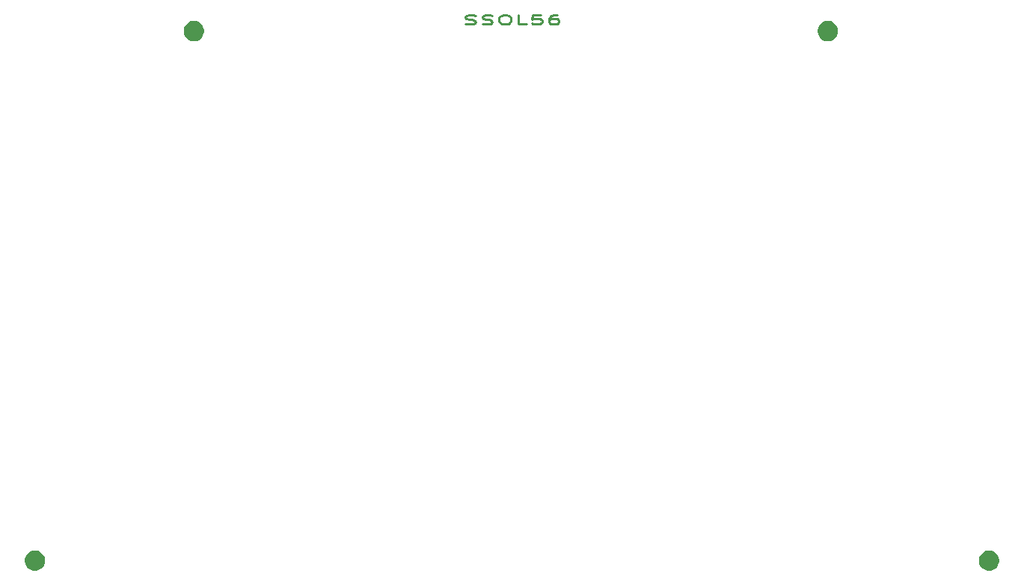
<source format=gts>
G04 #@! TF.GenerationSoftware,KiCad,Pcbnew,(5.1.0-0)*
G04 #@! TF.CreationDate,2019-06-09T21:39:38+02:00*
G04 #@! TF.ProjectId,ssol56-pcb,73736f6c-3536-42d7-9063-622e6b696361,rev?*
G04 #@! TF.SameCoordinates,Original*
G04 #@! TF.FileFunction,Soldermask,Top*
G04 #@! TF.FilePolarity,Negative*
%FSLAX46Y46*%
G04 Gerber Fmt 4.6, Leading zero omitted, Abs format (unit mm)*
G04 Created by KiCad (PCBNEW (5.1.0-0)) date 2019-06-09 21:39:38*
%MOMM*%
%LPD*%
G04 APERTURE LIST*
%ADD10C,0.250000*%
%ADD11C,0.100000*%
G04 APERTURE END LIST*
D10*
X207714285Y-30654761D02*
X208000000Y-30702380D01*
X208476190Y-30702380D01*
X208666666Y-30654761D01*
X208761904Y-30607142D01*
X208857142Y-30511904D01*
X208857142Y-30416666D01*
X208761904Y-30321428D01*
X208666666Y-30273809D01*
X208476190Y-30226190D01*
X208095238Y-30178571D01*
X207904761Y-30130952D01*
X207809523Y-30083333D01*
X207714285Y-29988095D01*
X207714285Y-29892857D01*
X207809523Y-29797619D01*
X207904761Y-29750000D01*
X208095238Y-29702380D01*
X208571428Y-29702380D01*
X208857142Y-29750000D01*
X209619047Y-30654761D02*
X209904761Y-30702380D01*
X210380952Y-30702380D01*
X210571428Y-30654761D01*
X210666666Y-30607142D01*
X210761904Y-30511904D01*
X210761904Y-30416666D01*
X210666666Y-30321428D01*
X210571428Y-30273809D01*
X210380952Y-30226190D01*
X210000000Y-30178571D01*
X209809523Y-30130952D01*
X209714285Y-30083333D01*
X209619047Y-29988095D01*
X209619047Y-29892857D01*
X209714285Y-29797619D01*
X209809523Y-29750000D01*
X210000000Y-29702380D01*
X210476190Y-29702380D01*
X210761904Y-29750000D01*
X212000000Y-29702380D02*
X212380952Y-29702380D01*
X212571428Y-29750000D01*
X212761904Y-29845238D01*
X212857142Y-30035714D01*
X212857142Y-30369047D01*
X212761904Y-30559523D01*
X212571428Y-30654761D01*
X212380952Y-30702380D01*
X212000000Y-30702380D01*
X211809523Y-30654761D01*
X211619047Y-30559523D01*
X211523809Y-30369047D01*
X211523809Y-30035714D01*
X211619047Y-29845238D01*
X211809523Y-29750000D01*
X212000000Y-29702380D01*
X214666666Y-30702380D02*
X213714285Y-30702380D01*
X213714285Y-29702380D01*
X216285714Y-29702380D02*
X215333333Y-29702380D01*
X215238095Y-30178571D01*
X215333333Y-30130952D01*
X215523809Y-30083333D01*
X216000000Y-30083333D01*
X216190476Y-30130952D01*
X216285714Y-30178571D01*
X216380952Y-30273809D01*
X216380952Y-30511904D01*
X216285714Y-30607142D01*
X216190476Y-30654761D01*
X216000000Y-30702380D01*
X215523809Y-30702380D01*
X215333333Y-30654761D01*
X215238095Y-30607142D01*
X218095238Y-29702380D02*
X217714285Y-29702380D01*
X217523809Y-29750000D01*
X217428571Y-29797619D01*
X217238095Y-29940476D01*
X217142857Y-30130952D01*
X217142857Y-30511904D01*
X217238095Y-30607142D01*
X217333333Y-30654761D01*
X217523809Y-30702380D01*
X217904761Y-30702380D01*
X218095238Y-30654761D01*
X218190476Y-30607142D01*
X218285714Y-30511904D01*
X218285714Y-30273809D01*
X218190476Y-30178571D01*
X218095238Y-30130952D01*
X217904761Y-30083333D01*
X217523809Y-30083333D01*
X217333333Y-30130952D01*
X217238095Y-30178571D01*
X217142857Y-30273809D01*
D11*
G36*
X267224549Y-90371116D02*
G01*
X267335734Y-90393232D01*
X267545203Y-90479997D01*
X267733720Y-90605960D01*
X267894040Y-90766280D01*
X268020003Y-90954797D01*
X268106768Y-91164266D01*
X268151000Y-91386636D01*
X268151000Y-91613364D01*
X268106768Y-91835734D01*
X268020003Y-92045203D01*
X267894040Y-92233720D01*
X267733720Y-92394040D01*
X267545203Y-92520003D01*
X267335734Y-92606768D01*
X267224549Y-92628884D01*
X267113365Y-92651000D01*
X266886635Y-92651000D01*
X266775451Y-92628884D01*
X266664266Y-92606768D01*
X266454797Y-92520003D01*
X266266280Y-92394040D01*
X266105960Y-92233720D01*
X265979997Y-92045203D01*
X265893232Y-91835734D01*
X265849000Y-91613364D01*
X265849000Y-91386636D01*
X265893232Y-91164266D01*
X265979997Y-90954797D01*
X266105960Y-90766280D01*
X266266280Y-90605960D01*
X266454797Y-90479997D01*
X266664266Y-90393232D01*
X266775451Y-90371116D01*
X266886635Y-90349000D01*
X267113365Y-90349000D01*
X267224549Y-90371116D01*
X267224549Y-90371116D01*
G37*
G36*
X159224549Y-90371116D02*
G01*
X159335734Y-90393232D01*
X159545203Y-90479997D01*
X159733720Y-90605960D01*
X159894040Y-90766280D01*
X160020003Y-90954797D01*
X160106768Y-91164266D01*
X160151000Y-91386636D01*
X160151000Y-91613364D01*
X160106768Y-91835734D01*
X160020003Y-92045203D01*
X159894040Y-92233720D01*
X159733720Y-92394040D01*
X159545203Y-92520003D01*
X159335734Y-92606768D01*
X159224549Y-92628884D01*
X159113365Y-92651000D01*
X158886635Y-92651000D01*
X158775451Y-92628884D01*
X158664266Y-92606768D01*
X158454797Y-92520003D01*
X158266280Y-92394040D01*
X158105960Y-92233720D01*
X157979997Y-92045203D01*
X157893232Y-91835734D01*
X157849000Y-91613364D01*
X157849000Y-91386636D01*
X157893232Y-91164266D01*
X157979997Y-90954797D01*
X158105960Y-90766280D01*
X158266280Y-90605960D01*
X158454797Y-90479997D01*
X158664266Y-90393232D01*
X158775451Y-90371116D01*
X158886635Y-90349000D01*
X159113365Y-90349000D01*
X159224549Y-90371116D01*
X159224549Y-90371116D01*
G37*
G36*
X248974549Y-30371116D02*
G01*
X249085734Y-30393232D01*
X249295203Y-30479997D01*
X249483720Y-30605960D01*
X249644040Y-30766280D01*
X249770003Y-30954797D01*
X249856768Y-31164266D01*
X249901000Y-31386636D01*
X249901000Y-31613364D01*
X249856768Y-31835734D01*
X249770003Y-32045203D01*
X249644040Y-32233720D01*
X249483720Y-32394040D01*
X249295203Y-32520003D01*
X249085734Y-32606768D01*
X248974549Y-32628884D01*
X248863365Y-32651000D01*
X248636635Y-32651000D01*
X248525451Y-32628884D01*
X248414266Y-32606768D01*
X248204797Y-32520003D01*
X248016280Y-32394040D01*
X247855960Y-32233720D01*
X247729997Y-32045203D01*
X247643232Y-31835734D01*
X247599000Y-31613364D01*
X247599000Y-31386636D01*
X247643232Y-31164266D01*
X247729997Y-30954797D01*
X247855960Y-30766280D01*
X248016280Y-30605960D01*
X248204797Y-30479997D01*
X248414266Y-30393232D01*
X248525451Y-30371116D01*
X248636635Y-30349000D01*
X248863365Y-30349000D01*
X248974549Y-30371116D01*
X248974549Y-30371116D01*
G37*
G36*
X177224549Y-30371116D02*
G01*
X177335734Y-30393232D01*
X177545203Y-30479997D01*
X177733720Y-30605960D01*
X177894040Y-30766280D01*
X178020003Y-30954797D01*
X178106768Y-31164266D01*
X178151000Y-31386636D01*
X178151000Y-31613364D01*
X178106768Y-31835734D01*
X178020003Y-32045203D01*
X177894040Y-32233720D01*
X177733720Y-32394040D01*
X177545203Y-32520003D01*
X177335734Y-32606768D01*
X177224549Y-32628884D01*
X177113365Y-32651000D01*
X176886635Y-32651000D01*
X176775451Y-32628884D01*
X176664266Y-32606768D01*
X176454797Y-32520003D01*
X176266280Y-32394040D01*
X176105960Y-32233720D01*
X175979997Y-32045203D01*
X175893232Y-31835734D01*
X175849000Y-31613364D01*
X175849000Y-31386636D01*
X175893232Y-31164266D01*
X175979997Y-30954797D01*
X176105960Y-30766280D01*
X176266280Y-30605960D01*
X176454797Y-30479997D01*
X176664266Y-30393232D01*
X176775451Y-30371116D01*
X176886635Y-30349000D01*
X177113365Y-30349000D01*
X177224549Y-30371116D01*
X177224549Y-30371116D01*
G37*
M02*

</source>
